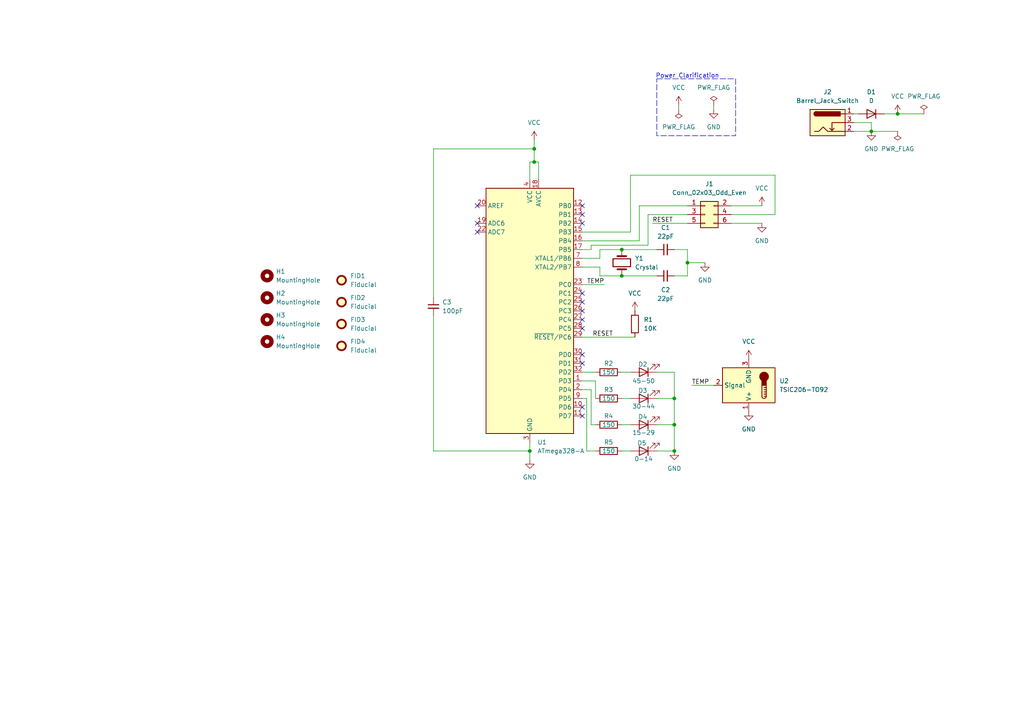
<source format=kicad_sch>
(kicad_sch (version 20231120) (generator "eeschema") (generator_version "8.0")
  (paper "A4")
  (lib_symbols
    (symbol "Connector:Barrel_Jack_Switch" (pin_names hide)
      (property "Reference" "J" (at 0 5.334 0))
      (property "Value" "Barrel_Jack_Switch" (at 0 -5.08 0))
      (symbol "Barrel_Jack_Switch_0_1"
        (rectangle (start -5.08 3.81) (end 5.08 -3.81) (stroke (width 0.254)) (fill (type background)))
        (arc (start -3.302 3.175) (mid -3.9343 2.54) (end -3.302 1.905) (stroke (width 0.254)))
        (arc (start -3.302 3.175) (mid -3.9343 2.54) (end -3.302 1.905) (stroke (width 0.254)) (fill (type outline)))
        (polyline (pts (xy 1.27 -2.286) (xy 1.905 -1.651)) (stroke (width 0.254)))
        (polyline (pts (xy 5.08 2.54) (xy 3.81 2.54)) (stroke (width 0.254)))
        (polyline (pts (xy 5.08 0) (xy 1.27 0) (xy 1.27 -2.286) (xy 0.635 -1.651)) (stroke (width 0.254)))
        (polyline (pts (xy -3.81 -2.54) (xy -2.54 -2.54) (xy -1.27 -1.27) (xy 0 -2.54) (xy 2.54 -2.54) (xy 5.08 -2.54)) (stroke (width 0.254)))
        (rectangle (start 3.683 3.175) (end -3.302 1.905) (stroke (width 0.254)) (fill (type outline)))
      )
      (symbol "Barrel_Jack_Switch_1_1"
        (pin passive line (at 7.62 2.54 180) (length 2.54) (name "~") (number "1"))
        (pin passive line (at 7.62 -2.54 180) (length 2.54) (name "~") (number "2"))
        (pin passive line (at 7.62 0 180) (length 2.54) (name "~") (number "3"))
      )
    )
    (symbol "Connector_Generic:Conn_02x03_Odd_Even" (pin_names (offset 1.016) hide)
      (property "Reference" "J" (at 1.27 5.08 0))
      (property "Value" "Conn_02x03_Odd_Even" (at 1.27 -5.08 0))
      (symbol "Conn_02x03_Odd_Even_1_1"
        (rectangle (start -1.27 -2.413) (end 0 -2.667) (stroke (width 0.1524)))
        (rectangle (start -1.27 0.127) (end 0 -0.127) (stroke (width 0.1524)))
        (rectangle (start -1.27 2.667) (end 0 2.413) (stroke (width 0.1524)))
        (rectangle (start -1.27 3.81) (end 3.81 -3.81) (stroke (width 0.254)) (fill (type background)))
        (rectangle (start 3.81 -2.413) (end 2.54 -2.667) (stroke (width 0.1524)))
        (rectangle (start 3.81 0.127) (end 2.54 -0.127) (stroke (width 0.1524)))
        (rectangle (start 3.81 2.667) (end 2.54 2.413) (stroke (width 0.1524)))
        (pin passive line (at -5.08 2.54 0) (length 3.81) (name "Pin_1") (number "1"))
        (pin passive line (at 7.62 2.54 180) (length 3.81) (name "Pin_2") (number "2"))
        (pin passive line (at -5.08 0 0) (length 3.81) (name "Pin_3") (number "3"))
        (pin passive line (at 7.62 0 180) (length 3.81) (name "Pin_4") (number "4"))
        (pin passive line (at -5.08 -2.54 0) (length 3.81) (name "Pin_5") (number "5"))
        (pin passive line (at 7.62 -2.54 180) (length 3.81) (name "Pin_6") (number "6"))
      )
    )
    (symbol "Device:C_Small" (pin_numbers hide) (pin_names (offset 0.254) hide)
      (property "Reference" "C" (at 0.254 1.778 0))
      (property "Value" "C_Small" (at 0.254 -2.032 0))
      (symbol "C_Small_0_1"
        (polyline (pts (xy -1.524 -0.508) (xy 1.524 -0.508)) (stroke (width 0.3302)))
        (polyline (pts (xy -1.524 0.508) (xy 1.524 0.508)) (stroke (width 0.3048)))
      )
      (symbol "C_Small_1_1"
        (pin passive line (at 0 2.54 270) (length 2.032) (name "~") (number "1"))
        (pin passive line (at 0 -2.54 90) (length 2.032) (name "~") (number "2"))
      )
    )
    (symbol "Device:Crystal" (pin_numbers hide) (pin_names (offset 1.016) hide)
      (property "Reference" "Y" (at 0 3.81 0))
      (property "Value" "Crystal" (at 0 -3.81 0))
      (symbol "Crystal_0_1"
        (rectangle (start -1.143 2.54) (end 1.143 -2.54) (stroke (width 0.3048)))
        (polyline (pts (xy -2.54 0) (xy -1.905 0)))
        (polyline (pts (xy -1.905 -1.27) (xy -1.905 1.27)) (stroke (width 0.508)))
        (polyline (pts (xy 1.905 -1.27) (xy 1.905 1.27)) (stroke (width 0.508)))
        (polyline (pts (xy 2.54 0) (xy 1.905 0)))
      )
      (symbol "Crystal_1_1"
        (pin passive line (at -3.81 0 0) (length 1.27) (name "1") (number "1"))
        (pin passive line (at 3.81 0 180) (length 1.27) (name "2") (number "2"))
      )
    )
    (symbol "Device:D" (pin_numbers hide) (pin_names (offset 1.016) hide)
      (property "Reference" "D" (at 0 2.54 0))
      (property "Value" "D" (at 0 -2.54 0))
      (symbol "D_0_1"
        (polyline (pts (xy -1.27 1.27) (xy -1.27 -1.27)) (stroke (width 0.254)))
        (polyline (pts (xy 1.27 0) (xy -1.27 0)))
        (polyline (pts (xy 1.27 1.27) (xy 1.27 -1.27) (xy -1.27 0) (xy 1.27 1.27)) (stroke (width 0.254)))
      )
      (symbol "D_1_1"
        (pin passive line (at -3.81 0 0) (length 2.54) (name "K") (number "1"))
        (pin passive line (at 3.81 0 180) (length 2.54) (name "A") (number "2"))
      )
    )
    (symbol "Device:LED" (pin_numbers hide) (pin_names (offset 1.016) hide)
      (property "Reference" "D" (at 0 2.54 0))
      (property "Value" "LED" (at 0 -2.54 0))
      (symbol "LED_0_1"
        (polyline (pts (xy -1.27 -1.27) (xy -1.27 1.27)) (stroke (width 0.254)))
        (polyline (pts (xy -1.27 0) (xy 1.27 0)))
        (polyline (pts (xy 1.27 -1.27) (xy 1.27 1.27) (xy -1.27 0) (xy 1.27 -1.27)) (stroke (width 0.254)))
        (polyline (pts (xy -3.048 -0.762) (xy -4.572 -2.286) (xy -3.81 -2.286) (xy -4.572 -2.286) (xy -4.572 -1.524)))
        (polyline (pts (xy -1.778 -0.762) (xy -3.302 -2.286) (xy -2.54 -2.286) (xy -3.302 -2.286) (xy -3.302 -1.524)))
      )
      (symbol "LED_1_1"
        (pin passive line (at -3.81 0 0) (length 2.54) (name "K") (number "1"))
        (pin passive line (at 3.81 0 180) (length 2.54) (name "A") (number "2"))
      )
    )
    (symbol "Device:R" (pin_numbers hide) (pin_names (offset 0))
      (property "Reference" "R" (at 2.032 0 90))
      (property "Value" "R" (at 0 0 90))
      (symbol "R_0_1"
        (rectangle (start -1.016 -2.54) (end 1.016 2.54) (stroke (width 0.254)))
      )
      (symbol "R_1_1"
        (pin passive line (at 0 3.81 270) (length 1.27) (name "~") (number "1"))
        (pin passive line (at 0 -3.81 90) (length 1.27) (name "~") (number "2"))
      )
    )
    (symbol "MCU_Microchip_ATmega:ATmega328-A"
      (property "Reference" "U" (at -12.7 36.83 0))
      (property "Value" "ATmega328-A" (at 2.54 -36.83 0))
      (symbol "ATmega328-A_0_1"
        (rectangle (start -12.7 -35.56) (end 12.7 35.56) (stroke (width 0.254)) (fill (type background)))
      )
      (symbol "ATmega328-A_1_1"
        (pin bidirectional line (at 15.24 -20.32 180) (length 2.54) (name "PD3") (number "1"))
        (pin bidirectional line (at 15.24 -27.94 180) (length 2.54) (name "PD6") (number "10"))
        (pin bidirectional line (at 15.24 -30.48 180) (length 2.54) (name "PD7") (number "11"))
        (pin bidirectional line (at 15.24 30.48 180) (length 2.54) (name "PB0") (number "12"))
        (pin bidirectional line (at 15.24 27.94 180) (length 2.54) (name "PB1") (number "13"))
        (pin bidirectional line (at 15.24 25.4 180) (length 2.54) (name "PB2") (number "14"))
        (pin bidirectional line (at 15.24 22.86 180) (length 2.54) (name "PB3") (number "15"))
        (pin bidirectional line (at 15.24 20.32 180) (length 2.54) (name "PB4") (number "16"))
        (pin bidirectional line (at 15.24 17.78 180) (length 2.54) (name "PB5") (number "17"))
        (pin power_in line (at 2.54 38.1 270) (length 2.54) (name "AVCC") (number "18"))
        (pin input line (at -15.24 25.4 0) (length 2.54) (name "ADC6") (number "19"))
        (pin bidirectional line (at 15.24 -22.86 180) (length 2.54) (name "PD4") (number "2"))
        (pin passive line (at -15.24 30.48 0) (length 2.54) (name "AREF") (number "20"))
        (pin passive line (at 0 -38.1 90) (length 2.54) hide (name "GND") (number "21"))
        (pin input line (at -15.24 22.86 0) (length 2.54) (name "ADC7") (number "22"))
        (pin bidirectional line (at 15.24 7.62 180) (length 2.54) (name "PC0") (number "23"))
        (pin bidirectional line (at 15.24 5.08 180) (length 2.54) (name "PC1") (number "24"))
        (pin bidirectional line (at 15.24 2.54 180) (length 2.54) (name "PC2") (number "25"))
        (pin bidirectional line (at 15.24 0 180) (length 2.54) (name "PC3") (number "26"))
        (pin bidirectional line (at 15.24 -2.54 180) (length 2.54) (name "PC4") (number "27"))
        (pin bidirectional line (at 15.24 -5.08 180) (length 2.54) (name "PC5") (number "28"))
        (pin bidirectional line (at 15.24 -7.62 180) (length 2.54) (name "~{RESET}/PC6") (number "29"))
        (pin power_in line (at 0 -38.1 90) (length 2.54) (name "GND") (number "3"))
        (pin bidirectional line (at 15.24 -12.7 180) (length 2.54) (name "PD0") (number "30"))
        (pin bidirectional line (at 15.24 -15.24 180) (length 2.54) (name "PD1") (number "31"))
        (pin bidirectional line (at 15.24 -17.78 180) (length 2.54) (name "PD2") (number "32"))
        (pin power_in line (at 0 38.1 270) (length 2.54) (name "VCC") (number "4"))
        (pin passive line (at 0 -38.1 90) (length 2.54) hide (name "GND") (number "5"))
        (pin passive line (at 0 38.1 270) (length 2.54) hide (name "VCC") (number "6"))
        (pin bidirectional line (at 15.24 15.24 180) (length 2.54) (name "XTAL1/PB6") (number "7"))
        (pin bidirectional line (at 15.24 12.7 180) (length 2.54) (name "XTAL2/PB7") (number "8"))
        (pin bidirectional line (at 15.24 -25.4 180) (length 2.54) (name "PD5") (number "9"))
      )
    )
    (symbol "Mechanical:Fiducial" (exclude_from_sim yes) (in_bom no)
      (property "Reference" "FID" (at 0 5.08 0))
      (property "Value" "Fiducial" (at 0 3.175 0))
      (symbol "Fiducial_0_1"
        (circle (center 0 0) (radius 1.27) (stroke (width 0.508)) (fill (type background)))
      )
    )
    (symbol "Mechanical:MountingHole" (pin_names (offset 1.016)) (exclude_from_sim yes) (in_bom no)
      (property "Reference" "H" (at 0 5.08 0))
      (property "Value" "MountingHole" (at 0 3.175 0))
      (symbol "MountingHole_0_1"
        (circle (center 0 0) (radius 1.27) (stroke (width 1.27)))
      )
    )
    (symbol "Sensor_Temperature:TSIC206-TO92"
      (property "Reference" "U" (at -6.35 6.35 0))
      (property "Value" "TSIC206-TO92" (at 1.27 6.35 0))
      (symbol "TSIC206-TO92_0_1"
        (rectangle (start -7.62 5.08) (end 7.62 -5.08) (stroke (width 0.254)) (fill (type background)))
        (circle (center -4.445 -2.54) (radius 1.27) (stroke (width 0.254)) (fill (type outline)))
        (rectangle (start -3.81 -1.905) (end -5.08 0) (stroke (width 0.254)) (fill (type outline)))
        (arc (start -3.81 3.175) (mid -4.445 3.8073) (end -5.08 3.175) (stroke (width 0.254)))
        (polyline (pts (xy -5.08 0.635) (xy -4.445 0.635)) (stroke (width 0.254)))
        (polyline (pts (xy -5.08 1.27) (xy -4.445 1.27)) (stroke (width 0.254)))
        (polyline (pts (xy -5.08 1.905) (xy -4.445 1.905)) (stroke (width 0.254)))
        (polyline (pts (xy -5.08 2.54) (xy -4.445 2.54)) (stroke (width 0.254)))
        (polyline (pts (xy -5.08 3.175) (xy -5.08 0)) (stroke (width 0.254)))
        (polyline (pts (xy -5.08 3.175) (xy -4.445 3.175)) (stroke (width 0.254)))
        (polyline (pts (xy -3.81 3.175) (xy -3.81 0)) (stroke (width 0.254)))
      )
      (symbol "TSIC206-TO92_1_1"
        (pin power_in line (at 0 7.62 270) (length 2.54) (name "V+") (number "1"))
        (pin output line (at 10.16 0 180) (length 2.54) (name "Signal") (number "2"))
        (pin power_in line (at 0 -7.62 90) (length 2.54) (name "GND") (number "3"))
      )
    )
    (symbol "power:GND" (power) (pin_numbers hide) (pin_names (offset 0) hide)
      (property "Value" "GND" (at 0 -3.81 0))
      (symbol "GND_0_1"
        (polyline (pts (xy 0 0) (xy 0 -1.27) (xy 1.27 -1.27) (xy 0 -2.54) (xy -1.27 -1.27) (xy 0 -1.27)))
      )
      (symbol "GND_1_1"
        (pin power_in line (at 0 0 270) (length 0) (name "~") (number "1"))
      )
    )
    (symbol "power:PWR_FLAG" (power) (pin_numbers hide) (pin_names (offset 0) hide)
      (property "Value" "PWR_FLAG" (at 0 3.81 0))
      (symbol "PWR_FLAG_0_0"
        (pin power_out line (at 0 0 90) (length 0) (name "~") (number "1"))
      )
      (symbol "PWR_FLAG_0_1"
        (polyline (pts (xy 0 0) (xy 0 1.27) (xy -1.016 1.905) (xy 0 2.54) (xy 1.016 1.905) (xy 0 1.27)))
      )
    )
    (symbol "power:VCC" (power) (pin_numbers hide) (pin_names (offset 0) hide)
      (property "Value" "VCC" (at 0 3.556 0))
      (symbol "VCC_0_1"
        (polyline (pts (xy -0.762 1.27) (xy 0 2.54)))
        (polyline (pts (xy 0 0) (xy 0 2.54)))
        (polyline (pts (xy 0 2.54) (xy 0.762 1.27)))
      )
      (symbol "VCC_1_1"
        (pin power_in line (at 0 0 90) (length 0) (name "~") (number "1"))
      )
    )
  )
  (junction (at 180.34 80.01))
  (junction (at 195.58 130.81))
  (junction (at 153.67 130.81))
  (junction (at 195.58 123.19))
  (junction (at 180.34 72.39))
  (junction (at 154.94 43.18))
  (junction (at 260.35 33.02))
  (junction (at 154.94 46.99))
  (junction (at 199.39 76.2))
  (junction (at 195.58 115.57))
  (junction (at 252.73 38.1))
  (no_connect (at 138.43 64.77))
  (no_connect (at 168.91 92.71))
  (no_connect (at 138.43 67.31))
  (no_connect (at 168.91 90.17))
  (no_connect (at 168.91 87.63))
  (no_connect (at 138.43 59.69))
  (no_connect (at 168.91 85.09))
  (no_connect (at 168.91 105.41))
  (no_connect (at 168.91 62.23))
  (no_connect (at 168.91 120.65))
  (no_connect (at 168.91 95.25))
  (no_connect (at 168.91 102.87))
  (no_connect (at 168.91 64.77))
  (no_connect (at 168.91 59.69))
  (no_connect (at 168.91 118.11))
  (wire (pts (xy 168.91 110.49) (xy 172.72 110.49)))
  (wire (pts (xy 168.91 115.57) (xy 170.18 115.57)))
  (wire (pts (xy 173.99 80.01) (xy 180.34 80.01)))
  (wire (pts (xy 190.5 123.19) (xy 195.58 123.19)))
  (wire (pts (xy 189.23 64.77) (xy 199.39 64.77)))
  (wire (pts (xy 187.96 71.12) (xy 187.96 62.23)))
  (wire (pts (xy 247.65 35.56) (xy 252.73 35.56)))
  (wire (pts (xy 168.91 77.47) (xy 173.99 77.47)))
  (wire (pts (xy 187.96 62.23) (xy 199.39 62.23)))
  (wire (pts (xy 195.58 80.01) (xy 199.39 80.01)))
  (wire (pts (xy 195.58 115.57) (xy 195.58 123.19)))
  (wire (pts (xy 185.42 69.85) (xy 185.42 59.69)))
  (wire (pts (xy 180.34 107.95) (xy 182.88 107.95)))
  (wire (pts (xy 195.58 107.95) (xy 195.58 115.57)))
  (wire (pts (xy 196.85 30.48) (xy 196.85 31.75)))
  (wire (pts (xy 153.67 130.81) (xy 153.67 133.35)))
  (wire (pts (xy 173.99 77.47) (xy 173.99 80.01)))
  (wire (pts (xy 256.54 33.02) (xy 260.35 33.02)))
  (wire (pts (xy 153.67 46.99) (xy 154.94 46.99)))
  (wire (pts (xy 252.73 35.56) (xy 252.73 38.1)))
  (wire (pts (xy 200.66 111.76) (xy 207.01 111.76)))
  (wire (pts (xy 170.18 115.57) (xy 170.18 130.81)))
  (wire (pts (xy 190.5 115.57) (xy 195.58 115.57)))
  (wire (pts (xy 180.34 72.39) (xy 190.5 72.39)))
  (wire (pts (xy 168.91 72.39) (xy 171.45 72.39)))
  (wire (pts (xy 207.01 30.48) (xy 207.01 31.75)))
  (wire (pts (xy 190.5 107.95) (xy 195.58 107.95)))
  (wire (pts (xy 252.73 38.1) (xy 260.35 38.1)))
  (wire (pts (xy 172.72 110.49) (xy 172.72 115.57)))
  (wire (pts (xy 182.88 50.8) (xy 224.79 50.8)))
  (wire (pts (xy 153.67 128.27) (xy 153.67 130.81)))
  (wire (pts (xy 171.45 71.12) (xy 187.96 71.12)))
  (wire (pts (xy 195.58 123.19) (xy 195.58 130.81)))
  (wire (pts (xy 173.99 74.93) (xy 173.99 72.39)))
  (wire (pts (xy 199.39 72.39) (xy 195.58 72.39)))
  (wire (pts (xy 212.09 59.69) (xy 220.98 59.69)))
  (wire (pts (xy 224.79 50.8) (xy 224.79 62.23)))
  (wire (pts (xy 125.73 86.36) (xy 125.73 43.18)))
  (wire (pts (xy 125.73 43.18) (xy 154.94 43.18)))
  (wire (pts (xy 212.09 64.77) (xy 220.98 64.77)))
  (wire (pts (xy 168.91 82.55) (xy 175.26 82.55)))
  (wire (pts (xy 170.18 130.81) (xy 172.72 130.81)))
  (wire (pts (xy 190.5 130.81) (xy 195.58 130.81)))
  (wire (pts (xy 182.88 67.31) (xy 182.88 50.8)))
  (wire (pts (xy 154.94 43.18) (xy 154.94 46.99)))
  (wire (pts (xy 247.65 33.02) (xy 248.92 33.02)))
  (wire (pts (xy 154.94 46.99) (xy 156.21 46.99)))
  (wire (pts (xy 156.21 46.99) (xy 156.21 52.07)))
  (wire (pts (xy 260.35 33.02) (xy 267.97 33.02)))
  (wire (pts (xy 168.91 107.95) (xy 172.72 107.95)))
  (wire (pts (xy 168.91 97.79) (xy 184.15 97.79)))
  (wire (pts (xy 185.42 59.69) (xy 199.39 59.69)))
  (wire (pts (xy 180.34 115.57) (xy 182.88 115.57)))
  (wire (pts (xy 168.91 69.85) (xy 185.42 69.85)))
  (wire (pts (xy 171.45 72.39) (xy 171.45 71.12)))
  (wire (pts (xy 199.39 76.2) (xy 204.47 76.2)))
  (wire (pts (xy 247.65 38.1) (xy 252.73 38.1)))
  (wire (pts (xy 199.39 76.2) (xy 199.39 80.01)))
  (wire (pts (xy 154.94 40.64) (xy 154.94 43.18)))
  (wire (pts (xy 168.91 113.03) (xy 171.45 113.03)))
  (wire (pts (xy 171.45 113.03) (xy 171.45 123.19)))
  (wire (pts (xy 173.99 72.39) (xy 180.34 72.39)))
  (wire (pts (xy 180.34 130.81) (xy 182.88 130.81)))
  (wire (pts (xy 212.09 62.23) (xy 224.79 62.23)))
  (wire (pts (xy 180.34 80.01) (xy 190.5 80.01)))
  (wire (pts (xy 180.34 123.19) (xy 182.88 123.19)))
  (wire (pts (xy 199.39 72.39) (xy 199.39 76.2)))
  (wire (pts (xy 125.73 91.44) (xy 125.73 130.81)))
  (wire (pts (xy 171.45 123.19) (xy 172.72 123.19)))
  (wire (pts (xy 125.73 130.81) (xy 153.67 130.81)))
  (wire (pts (xy 168.91 67.31) (xy 182.88 67.31)))
  (wire (pts (xy 168.91 74.93) (xy 173.99 74.93)))
  (wire (pts (xy 153.67 52.07) (xy 153.67 46.99)))
  (rectangle (start 190.5 22.86) (end 213.36 39.37) (stroke (width 0) (type dash)))
  (text "Power Clarification" (at 199.39 22.098 0) (effects (font (size 1.27 1.27))))
  (label "RESET" (at 177.8 97.79 180))
  (label "TEMP" (at 175.26 82.55 180))
  (label "RESET" (at 189.23 64.77 0))
  (label "TEMP" (at 200.66 111.76 0))
  (symbol (lib_id "Mechanical:Fiducial") (at 99.06 100.33 0) (unit 1) (exclude_from_sim yes) (in_bom no)
    (property "Reference" "FID4" (at 101.6 99.0599 0) (effects (justify left)))
    (property "Value" "Fiducial" (at 101.6 101.5999 0) (effects (justify left)))
    (property "Footprint" "Fiducial:Fiducial_1mm_Mask2mm" (effects (hide yes)))
    (property "Description" "Fiducial Marker" (effects (hide yes)))
  )
  (symbol (lib_id "power:VCC") (at 220.98 59.69 0) (unit 1)
    (property "Reference" "#PWR09" (effects (hide yes)))
    (property "Value" "VCC" (at 220.98 54.61 0))
    (property "Description" "Power symbol creates a global label with name \"VCC\"" (effects (hide yes)))
  )
  (symbol (lib_id "power:VCC") (at 184.15 90.17 0) (unit 1)
    (property "Reference" "#PWR08" (effects (hide yes)))
    (property "Value" "VCC" (at 184.15 85.09 0))
    (property "Description" "Power symbol creates a global label with name \"VCC\"" (effects (hide yes)))
  )
  (symbol (lib_id "Mechanical:Fiducial") (at 99.06 87.63 0) (unit 1) (exclude_from_sim yes) (in_bom no)
    (property "Reference" "FID2" (at 101.6 86.3599 0) (effects (justify left)))
    (property "Value" "Fiducial" (at 101.6 88.8999 0) (effects (justify left)))
    (property "Footprint" "Fiducial:Fiducial_1mm_Mask2mm" (effects (hide yes)))
    (property "Description" "Fiducial Marker" (effects (hide yes)))
  )
  (symbol (lib_id "Connector:Barrel_Jack_Switch") (at 240.03 35.56 0) (unit 1)
    (property "Reference" "J2" (at 240.03 26.67 0))
    (property "Value" "Barrel_Jack_Switch" (at 240.03 29.21 0))
    (property "Footprint" "Connector_BarrelJack:BarrelJack_Horizontal" (effects (hide yes)))
    (property "Description" "DC Barrel Jack with an internal switch" (effects (hide yes)))
  )
  (symbol (lib_id "power:VCC") (at 217.17 104.14 0) (unit 1)
    (property "Reference" "#PWR011" (effects (hide yes)))
    (property "Value" "VCC" (at 217.17 99.06 0))
    (property "Description" "Power symbol creates a global label with name \"VCC\"" (effects (hide yes)))
  )
  (symbol (lib_id "power:PWR_FLAG") (at 260.35 38.1 180) (unit 1)
    (property "Reference" "#FLG03" (effects (hide yes)))
    (property "Value" "PWR_FLAG" (at 260.35 43.18 0))
    (property "Description" "Special symbol for telling ERC where power comes from" (effects (hide yes)))
  )
  (symbol (lib_id "Mechanical:MountingHole") (at 77.47 86.36 0) (unit 1) (exclude_from_sim yes) (in_bom no)
    (property "Reference" "H2" (at 80.01 85.0899 0) (effects (justify left)))
    (property "Value" "MountingHole" (at 80.01 87.6299 0) (effects (justify left)))
    (property "Footprint" "MountingHole:MountingHole_3.2mm_M3" (effects (hide yes)))
    (property "Description" "Mounting Hole without connection" (effects (hide yes)))
  )
  (symbol (lib_id "power:PWR_FLAG") (at 207.01 30.48 0) (unit 1)
    (property "Reference" "#FLG06" (effects (hide yes)))
    (property "Value" "PWR_FLAG" (at 207.01 25.4 0))
    (property "Description" "Special symbol for telling ERC where power comes from" (effects (hide yes)))
  )
  (symbol (lib_id "Device:LED") (at 186.69 130.81 180) (unit 1)
    (property "Reference" "D5" (at 186.182 128.524 0))
    (property "Value" "0-14" (at 186.69 133.096 0))
    (property "Footprint" "LED_THT:LED_D5.0mm" (effects (hide yes)))
    (property "Description" "Light emitting diode" (effects (hide yes)))
  )
  (symbol (lib_id "Mechanical:Fiducial") (at 99.06 93.98 0) (unit 1) (exclude_from_sim yes) (in_bom no)
    (property "Reference" "FID3" (at 101.6 92.7099 0) (effects (justify left)))
    (property "Value" "Fiducial" (at 101.6 95.2499 0) (effects (justify left)))
    (property "Footprint" "Fiducial:Fiducial_1mm_Mask2mm" (effects (hide yes)))
    (property "Description" "Fiducial Marker" (effects (hide yes)))
  )
  (symbol (lib_id "power:GND") (at 220.98 64.77 0) (unit 1)
    (property "Reference" "#PWR010" (effects (hide yes)))
    (property "Value" "GND" (at 220.98 69.85 0))
    (property "Description" "Power symbol creates a global label with name \"GND\" , ground" (effects (hide yes)))
  )
  (symbol (lib_id "Device:C_Small") (at 193.04 80.01 90) (unit 1)
    (property "Reference" "C2" (at 193.04 84.074 90))
    (property "Value" "22pF" (at 193.04 86.614 90))
    (property "Footprint" "Capacitor_SMD:C_0805_2012Metric" (effects (hide yes)))
    (property "Description" "Unpolarized capacitor, small symbol" (effects (hide yes)))
  )
  (symbol (lib_id "power:PWR_FLAG") (at 267.97 33.02 0) (unit 1)
    (property "Reference" "#FLG01" (effects (hide yes)))
    (property "Value" "PWR_FLAG" (at 267.97 27.94 0))
    (property "Description" "Special symbol for telling ERC where power comes from" (effects (hide yes)))
  )
  (symbol (lib_id "Device:R") (at 176.53 115.57 90) (unit 1)
    (property "Reference" "R3" (at 176.53 113.03 90))
    (property "Value" "150" (at 176.53 115.57 90))
    (property "Footprint" "Resistor_SMD:R_0805_2012Metric" (effects (hide yes)))
    (property "Description" "Resistor" (effects (hide yes)))
  )
  (symbol (lib_id "Device:Crystal") (at 180.34 76.2 90) (unit 1)
    (property "Reference" "Y1" (at 184.15 74.9299 90) (effects (justify right)))
    (property "Value" "Crystal" (at 184.15 77.4699 90) (effects (justify right)))
    (property "Footprint" "Crystal:Crystal_HC49-4H_Vertical" (effects (hide yes)))
    (property "Description" "Two pin crystal" (effects (hide yes)))
  )
  (symbol (lib_id "power:GND") (at 195.58 130.81 0) (unit 1)
    (property "Reference" "#PWR013" (effects (hide yes)))
    (property "Value" "GND" (at 195.58 135.89 0))
    (property "Description" "Power symbol creates a global label with name \"GND\" , ground" (effects (hide yes)))
  )
  (symbol (lib_id "power:GND") (at 217.17 119.38 0) (unit 1)
    (property "Reference" "#PWR012" (effects (hide yes)))
    (property "Value" "GND" (at 217.17 124.46 0))
    (property "Description" "Power symbol creates a global label with name \"GND\" , ground" (effects (hide yes)))
  )
  (symbol (lib_id "Sensor_Temperature:TSIC206-TO92") (at 217.17 111.76 180) (unit 1)
    (property "Reference" "U2" (at 226.06 110.4899 0) (effects (justify right)))
    (property "Value" "TSIC206-TO92" (at 226.06 113.0299 0) (effects (justify right)))
    (property "Footprint" "Package_TO_SOT_THT:TO-92_Inline" (effects (hide yes)))
    (property "Datasheet" "https://shop.bb-sensors.com/out/media/Datasheet_Digital_Semiconductor_temperatur_sensor_TSIC.pdf" (effects (hide yes)))
    (property "Description" "Digital temperature sensor, range -50 ... +150 °C, 0.5 K accuracy, TO-92" (effects (hide yes)))
  )
  (symbol (lib_id "power:VCC") (at 260.35 33.02 0) (unit 1)
    (property "Reference" "#PWR04" (effects (hide yes)))
    (property "Value" "VCC" (at 260.35 27.94 0))
    (property "Description" "Power symbol creates a global label with name \"VCC\"" (effects (hide yes)))
  )
  (symbol (lib_id "power:VCC") (at 196.85 30.48 0) (unit 1)
    (property "Reference" "#PWR014" (effects (hide yes)))
    (property "Value" "VCC" (at 196.85 25.4 0))
    (property "Description" "Power symbol creates a global label with name \"VCC\"" (effects (hide yes)))
  )
  (symbol (lib_id "Device:D") (at 252.73 33.02 180) (unit 1)
    (property "Reference" "D1" (at 252.73 26.67 0))
    (property "Value" "D" (at 252.73 29.21 0))
    (property "Footprint" "Diode_SMD:D_1206_3216Metric" (effects (hide yes)))
    (property "Description" "Diode" (effects (hide yes)))
    (property "Sim.Device" "D" (effects (hide yes)))
    (property "Sim.Pins" "1=K 2=A" (effects (hide yes)))
  )
  (symbol (lib_id "Mechanical:Fiducial") (at 99.06 81.28 0) (unit 1) (exclude_from_sim yes) (in_bom no)
    (property "Reference" "FID1" (at 101.6 80.0099 0) (effects (justify left)))
    (property "Value" "Fiducial" (at 101.6 82.5499 0) (effects (justify left)))
    (property "Footprint" "Fiducial:Fiducial_1mm_Mask2mm" (effects (hide yes)))
    (property "Description" "Fiducial Marker" (effects (hide yes)))
  )
  (symbol (lib_id "Device:C_Small") (at 125.73 88.9 0) (unit 1)
    (property "Reference" "C3" (at 128.27 87.6362 0) (effects (justify left)))
    (property "Value" "100pF" (at 128.27 90.1762 0) (effects (justify left)))
    (property "Footprint" "Capacitor_SMD:C_0805_2012Metric" (effects (hide yes)))
    (property "Description" "Unpolarized capacitor, small symbol" (effects (hide yes)))
  )
  (symbol (lib_id "Device:R") (at 176.53 123.19 90) (unit 1)
    (property "Reference" "R4" (at 176.53 120.65 90))
    (property "Value" "150" (at 176.53 123.19 90))
    (property "Footprint" "Resistor_SMD:R_0805_2012Metric" (effects (hide yes)))
    (property "Description" "Resistor" (effects (hide yes)))
  )
  (symbol (lib_id "power:GND") (at 252.73 38.1 0) (unit 1)
    (property "Reference" "#PWR03" (effects (hide yes)))
    (property "Value" "GND" (at 252.73 43.18 0))
    (property "Description" "Power symbol creates a global label with name \"GND\" , ground" (effects (hide yes)))
  )
  (symbol (lib_id "Connector_Generic:Conn_02x03_Odd_Even") (at 204.47 62.23 0) (unit 1)
    (property "Reference" "J1" (at 205.74 53.34 0))
    (property "Value" "Conn_02x03_Odd_Even" (at 205.74 55.88 0))
    (property "Footprint" "Connector_PinHeader_2.54mm:PinHeader_2x03_P2.54mm_Vertical" (effects (hide yes)))
    (property "Description" "Generic connector, double row, 02x03, odd/even pin numbering scheme (row 1 odd numbers, row 2 even numbers), script generated (kicad-library-utils/schlib/autogen/connector/)" (effects (hide yes)))
  )
  (symbol (lib_id "Mechanical:MountingHole") (at 77.47 80.01 0) (unit 1) (exclude_from_sim yes) (in_bom no)
    (property "Reference" "H1" (at 80.01 78.7399 0) (effects (justify left)))
    (property "Value" "MountingHole" (at 80.01 81.2799 0) (effects (justify left)))
    (property "Footprint" "MountingHole:MountingHole_3.2mm_M3" (effects (hide yes)))
    (property "Description" "Mounting Hole without connection" (effects (hide yes)))
  )
  (symbol (lib_id "Device:R") (at 176.53 130.81 90) (unit 1)
    (property "Reference" "R5" (at 176.53 128.27 90))
    (property "Value" "150" (at 176.53 130.81 90))
    (property "Footprint" "Resistor_SMD:R_0805_2012Metric" (effects (hide yes)))
    (property "Description" "Resistor" (effects (hide yes)))
  )
  (symbol (lib_id "Device:R") (at 184.15 93.98 0) (unit 1)
    (property "Reference" "R1" (at 186.69 92.7099 0) (effects (justify left)))
    (property "Value" "10K" (at 186.69 95.2499 0) (effects (justify left)))
    (property "Footprint" "Resistor_SMD:R_0805_2012Metric" (effects (hide yes)))
    (property "Description" "Resistor" (effects (hide yes)))
  )
  (symbol (lib_id "power:PWR_FLAG") (at 196.85 31.75 180) (unit 1)
    (property "Reference" "#FLG05" (effects (hide yes)))
    (property "Value" "PWR_FLAG" (at 196.85 36.83 0))
    (property "Description" "Special symbol for telling ERC where power comes from" (effects (hide yes)))
  )
  (symbol (lib_id "Device:C_Small") (at 193.04 72.39 90) (unit 1)
    (property "Reference" "C1" (at 193.0463 66.04 90))
    (property "Value" "22pF" (at 193.0463 68.58 90))
    (property "Footprint" "Capacitor_SMD:C_0805_2012Metric" (effects (hide yes)))
    (property "Description" "Unpolarized capacitor, small symbol" (effects (hide yes)))
  )
  (symbol (lib_id "power:GND") (at 207.01 31.75 0) (unit 1)
    (property "Reference" "#PWR015" (effects (hide yes)))
    (property "Value" "GND" (at 207.01 36.83 0))
    (property "Description" "Power symbol creates a global label with name \"GND\" , ground" (effects (hide yes)))
  )
  (symbol (lib_id "MCU_Microchip_ATmega:ATmega328-A") (at 153.67 90.17 0) (unit 1)
    (property "Reference" "U1" (at 155.8641 128.27 0) (effects (justify left)))
    (property "Value" "ATmega328-A" (at 155.8641 130.81 0) (effects (justify left)))
    (property "Footprint" "Package_QFP:TQFP-32_7x7mm_P0.8mm" (effects (hide yes)))
    (property "Datasheet" "http://ww1.microchip.com/downloads/en/DeviceDoc/ATmega328_P%20AVR%20MCU%20with%20picoPower%20Technology%20Data%20Sheet%2040001984A.pdf" (effects (hide yes)))
    (property "Description" "20MHz, 32kB Flash, 2kB SRAM, 1kB EEPROM, TQFP-32" (effects (hide yes)))
  )
  (symbol (lib_id "power:GND") (at 204.47 76.2 0) (unit 1)
    (property "Reference" "#PWR05" (effects (hide yes)))
    (property "Value" "GND" (at 204.47 81.28 0))
    (property "Description" "Power symbol creates a global label with name \"GND\" , ground" (effects (hide yes)))
  )
  (symbol (lib_id "Device:LED") (at 186.69 123.19 180) (unit 1)
    (property "Reference" "D4" (at 186.436 120.904 0))
    (property "Value" "15-29" (at 186.69 125.476 0))
    (property "Footprint" "LED_THT:LED_D5.0mm" (effects (hide yes)))
    (property "Description" "Light emitting diode" (effects (hide yes)))
  )
  (symbol (lib_id "power:GND") (at 153.67 133.35 0) (unit 1)
    (property "Reference" "#PWR07" (effects (hide yes)))
    (property "Value" "GND" (at 153.67 138.43 0))
    (property "Description" "Power symbol creates a global label with name \"GND\" , ground" (effects (hide yes)))
  )
  (symbol (lib_id "Device:LED") (at 186.69 107.95 180) (unit 1)
    (property "Reference" "D2" (at 186.436 105.664 0))
    (property "Value" "45-50" (at 186.69 110.49 0))
    (property "Footprint" "LED_THT:LED_D5.0mm" (effects (hide yes)))
    (property "Description" "Light emitting diode" (effects (hide yes)))
  )
  (symbol (lib_id "Mechanical:MountingHole") (at 77.47 99.06 0) (unit 1) (exclude_from_sim yes) (in_bom no)
    (property "Reference" "H4" (at 80.01 97.7899 0) (effects (justify left)))
    (property "Value" "MountingHole" (at 80.01 100.3299 0) (effects (justify left)))
    (property "Footprint" "MountingHole:MountingHole_3.2mm_M3" (effects (hide yes)))
    (property "Description" "Mounting Hole without connection" (effects (hide yes)))
  )
  (symbol (lib_id "Device:R") (at 176.53 107.95 90) (unit 1)
    (property "Reference" "R2" (at 176.53 105.41 90))
    (property "Value" "150" (at 176.53 107.95 90))
    (property "Footprint" "Resistor_SMD:R_0805_2012Metric" (effects (hide yes)))
    (property "Description" "Resistor" (effects (hide yes)))
  )
  (symbol (lib_id "Device:LED") (at 186.69 115.57 180) (unit 1)
    (property "Reference" "D3" (at 186.436 113.284 0))
    (property "Value" "30-44" (at 186.69 117.856 0))
    (property "Footprint" "LED_THT:LED_D5.0mm" (effects (hide yes)))
    (property "Description" "Light emitting diode" (effects (hide yes)))
  )
  (symbol (lib_id "Mechanical:MountingHole") (at 77.47 92.71 0) (unit 1) (exclude_from_sim yes) (in_bom no)
    (property "Reference" "H3" (at 80.01 91.4399 0) (effects (justify left)))
    (property "Value" "MountingHole" (at 80.01 93.9799 0) (effects (justify left)))
    (property "Footprint" "MountingHole:MountingHole_3.2mm_M3" (effects (hide yes)))
    (property "Description" "Mounting Hole without connection" (effects (hide yes)))
  )
  (symbol (lib_id "power:VCC") (at 154.94 40.64 0) (unit 1)
    (property "Reference" "#PWR06" (effects (hide yes)))
    (property "Value" "VCC" (at 154.94 35.56 0))
    (property "Description" "Power symbol creates a global label with name \"VCC\"" (effects (hide yes)))
  )
)
</source>
